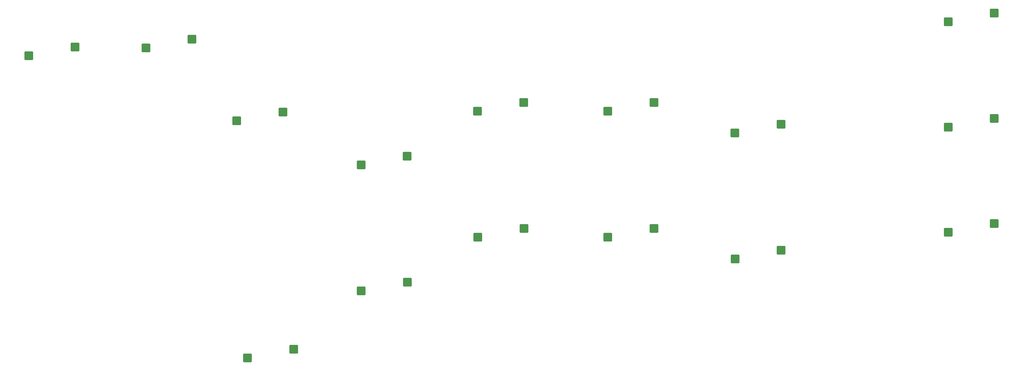
<source format=gbr>
%TF.GenerationSoftware,KiCad,Pcbnew,(7.0.0)*%
%TF.CreationDate,2023-03-03T17:09:00-06:00*%
%TF.ProjectId,Frosty,46726f73-7479-42e6-9b69-6361645f7063,rev?*%
%TF.SameCoordinates,Original*%
%TF.FileFunction,Paste,Bot*%
%TF.FilePolarity,Positive*%
%FSLAX46Y46*%
G04 Gerber Fmt 4.6, Leading zero omitted, Abs format (unit mm)*
G04 Created by KiCad (PCBNEW (7.0.0)) date 2023-03-03 17:09:00*
%MOMM*%
%LPD*%
G01*
G04 APERTURE LIST*
G04 Aperture macros list*
%AMRoundRect*
0 Rectangle with rounded corners*
0 $1 Rounding radius*
0 $2 $3 $4 $5 $6 $7 $8 $9 X,Y pos of 4 corners*
0 Add a 4 corners polygon primitive as box body*
4,1,4,$2,$3,$4,$5,$6,$7,$8,$9,$2,$3,0*
0 Add four circle primitives for the rounded corners*
1,1,$1+$1,$2,$3*
1,1,$1+$1,$4,$5*
1,1,$1+$1,$6,$7*
1,1,$1+$1,$8,$9*
0 Add four rect primitives between the rounded corners*
20,1,$1+$1,$2,$3,$4,$5,0*
20,1,$1+$1,$4,$5,$6,$7,0*
20,1,$1+$1,$6,$7,$8,$9,0*
20,1,$1+$1,$8,$9,$2,$3,0*%
G04 Aperture macros list end*
%ADD10RoundRect,0.250000X-1.025000X-1.000000X1.025000X-1.000000X1.025000X1.000000X-1.025000X1.000000X0*%
G04 APERTURE END LIST*
D10*
%TO.C,SW5*%
X98169300Y-61122400D03*
X84719300Y-63662400D03*
%TD*%
%TO.C,SW17*%
X168342100Y-95070300D03*
X154892100Y-97610300D03*
%TD*%
%TO.C,SW2*%
X37630220Y-42129750D03*
X24180220Y-44669750D03*
%TD*%
%TO.C,SW23*%
X305327300Y-32212400D03*
X291877300Y-34752400D03*
%TD*%
%TO.C,SW10*%
X168312730Y-58293730D03*
X154862730Y-60833730D03*
%TD*%
%TO.C,SW22*%
X243263300Y-101434500D03*
X229813300Y-103974500D03*
%TD*%
%TO.C,SW26*%
X305328400Y-62971600D03*
X291878400Y-65511600D03*
%TD*%
%TO.C,SW11*%
X206206900Y-58293200D03*
X192756900Y-60833200D03*
%TD*%
%TO.C,SW15*%
X134416600Y-110739000D03*
X120966600Y-113279000D03*
%TD*%
%TO.C,SW3*%
X71732110Y-39895820D03*
X58282110Y-42435820D03*
%TD*%
%TO.C,SW29*%
X101344300Y-130266700D03*
X87894300Y-132806700D03*
%TD*%
%TO.C,SW19*%
X206236300Y-95069800D03*
X192786300Y-97609800D03*
%TD*%
%TO.C,SW7*%
X134387260Y-73962430D03*
X120937260Y-76502430D03*
%TD*%
%TO.C,SW27*%
X305327300Y-93584600D03*
X291877300Y-96124600D03*
%TD*%
%TO.C,SW13*%
X243253900Y-64667900D03*
X229803900Y-67207900D03*
%TD*%
M02*

</source>
